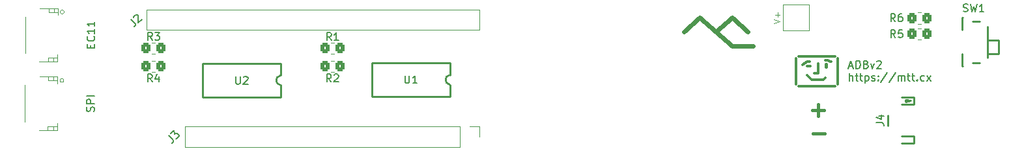
<source format=gto>
G04 #@! TF.GenerationSoftware,KiCad,Pcbnew,8.0.3*
G04 #@! TF.CreationDate,2024-08-28T21:52:25+01:00*
G04 #@! TF.ProjectId,Seeed,53656565-642e-46b6-9963-61645f706362,rev?*
G04 #@! TF.SameCoordinates,Original*
G04 #@! TF.FileFunction,Legend,Top*
G04 #@! TF.FilePolarity,Positive*
%FSLAX46Y46*%
G04 Gerber Fmt 4.6, Leading zero omitted, Abs format (unit mm)*
G04 Created by KiCad (PCBNEW 8.0.3) date 2024-08-28 21:52:25*
%MOMM*%
%LPD*%
G01*
G04 APERTURE LIST*
G04 Aperture macros list*
%AMRoundRect*
0 Rectangle with rounded corners*
0 $1 Rounding radius*
0 $2 $3 $4 $5 $6 $7 $8 $9 X,Y pos of 4 corners*
0 Add a 4 corners polygon primitive as box body*
4,1,4,$2,$3,$4,$5,$6,$7,$8,$9,$2,$3,0*
0 Add four circle primitives for the rounded corners*
1,1,$1+$1,$2,$3*
1,1,$1+$1,$4,$5*
1,1,$1+$1,$6,$7*
1,1,$1+$1,$8,$9*
0 Add four rect primitives between the rounded corners*
20,1,$1+$1,$2,$3,$4,$5,0*
20,1,$1+$1,$4,$5,$6,$7,0*
20,1,$1+$1,$6,$7,$8,$9,0*
20,1,$1+$1,$8,$9,$2,$3,0*%
G04 Aperture macros list end*
%ADD10C,0.300000*%
%ADD11C,0.400000*%
%ADD12C,0.600000*%
%ADD13C,0.200000*%
%ADD14C,0.150000*%
%ADD15C,0.100000*%
%ADD16C,0.120000*%
%ADD17C,0.250000*%
%ADD18O,1.700000X1.700000*%
%ADD19R,1.550000X0.600000*%
%ADD20R,1.800000X1.200000*%
%ADD21C,1.400000*%
%ADD22RoundRect,0.250000X0.350000X0.450000X-0.350000X0.450000X-0.350000X-0.450000X0.350000X-0.450000X0*%
%ADD23O,0.360000X2.020000*%
%ADD24C,0.900000*%
%ADD25R,1.500000X0.700000*%
%ADD26R,0.800000X1.000000*%
%ADD27R,2.500000X2.500000*%
%ADD28R,1.700000X1.700000*%
%ADD29RoundRect,0.250000X-0.350000X-0.450000X0.350000X-0.450000X0.350000X0.450000X-0.350000X0.450000X0*%
%ADD30O,1.800000X2.750000*%
%ADD31C,1.397000*%
G04 APERTURE END LIST*
D10*
X211950000Y-104450000D02*
X212120000Y-104450000D01*
X211690000Y-104300000D02*
X211950000Y-104450000D01*
X211390000Y-104300000D02*
X211690000Y-104300000D01*
X209020000Y-104440000D02*
X209320000Y-104440000D01*
X208430000Y-104880000D02*
X209020000Y-104440000D01*
X211150000Y-106850000D02*
X211399998Y-106579999D01*
X209550000Y-106850000D02*
X211150000Y-106850000D01*
X209550000Y-106850000D02*
X209010000Y-106290000D01*
D11*
X211480000Y-104806250D02*
X211480000Y-105113750D01*
D10*
X209025000Y-105030000D02*
X209430000Y-105030000D01*
X210420000Y-106040000D02*
X209950000Y-106040000D01*
X210420000Y-104730000D02*
X210420000Y-106040000D01*
X207590000Y-104030000D02*
X207590000Y-107430000D01*
X212950000Y-104030000D02*
X212950000Y-107430000D01*
X207875000Y-107710000D02*
X212665000Y-107710000D01*
X207875000Y-103760000D02*
X212665000Y-103760000D01*
D11*
X209739347Y-113912533D02*
X211263157Y-113912533D01*
X209689347Y-110852533D02*
X211213157Y-110852533D01*
X210451252Y-111614438D02*
X210451252Y-110090628D01*
D12*
X199212800Y-98728500D02*
X201295600Y-100582700D01*
X197130000Y-100570000D02*
X199212800Y-98728500D01*
X192989800Y-100582700D02*
X195047200Y-98728500D01*
X195047200Y-98728500D02*
X199212800Y-102411500D01*
X199212800Y-102411500D02*
X201981400Y-102411500D01*
D13*
X214442054Y-105081560D02*
X214918244Y-105081560D01*
X214346816Y-105367275D02*
X214680149Y-104367275D01*
X214680149Y-104367275D02*
X215013482Y-105367275D01*
X215346816Y-105367275D02*
X215346816Y-104367275D01*
X215346816Y-104367275D02*
X215584911Y-104367275D01*
X215584911Y-104367275D02*
X215727768Y-104414894D01*
X215727768Y-104414894D02*
X215823006Y-104510132D01*
X215823006Y-104510132D02*
X215870625Y-104605370D01*
X215870625Y-104605370D02*
X215918244Y-104795846D01*
X215918244Y-104795846D02*
X215918244Y-104938703D01*
X215918244Y-104938703D02*
X215870625Y-105129179D01*
X215870625Y-105129179D02*
X215823006Y-105224417D01*
X215823006Y-105224417D02*
X215727768Y-105319656D01*
X215727768Y-105319656D02*
X215584911Y-105367275D01*
X215584911Y-105367275D02*
X215346816Y-105367275D01*
X216680149Y-104843465D02*
X216823006Y-104891084D01*
X216823006Y-104891084D02*
X216870625Y-104938703D01*
X216870625Y-104938703D02*
X216918244Y-105033941D01*
X216918244Y-105033941D02*
X216918244Y-105176798D01*
X216918244Y-105176798D02*
X216870625Y-105272036D01*
X216870625Y-105272036D02*
X216823006Y-105319656D01*
X216823006Y-105319656D02*
X216727768Y-105367275D01*
X216727768Y-105367275D02*
X216346816Y-105367275D01*
X216346816Y-105367275D02*
X216346816Y-104367275D01*
X216346816Y-104367275D02*
X216680149Y-104367275D01*
X216680149Y-104367275D02*
X216775387Y-104414894D01*
X216775387Y-104414894D02*
X216823006Y-104462513D01*
X216823006Y-104462513D02*
X216870625Y-104557751D01*
X216870625Y-104557751D02*
X216870625Y-104652989D01*
X216870625Y-104652989D02*
X216823006Y-104748227D01*
X216823006Y-104748227D02*
X216775387Y-104795846D01*
X216775387Y-104795846D02*
X216680149Y-104843465D01*
X216680149Y-104843465D02*
X216346816Y-104843465D01*
X217251578Y-104700608D02*
X217489673Y-105367275D01*
X217489673Y-105367275D02*
X217727768Y-104700608D01*
X218061102Y-104462513D02*
X218108721Y-104414894D01*
X218108721Y-104414894D02*
X218203959Y-104367275D01*
X218203959Y-104367275D02*
X218442054Y-104367275D01*
X218442054Y-104367275D02*
X218537292Y-104414894D01*
X218537292Y-104414894D02*
X218584911Y-104462513D01*
X218584911Y-104462513D02*
X218632530Y-104557751D01*
X218632530Y-104557751D02*
X218632530Y-104652989D01*
X218632530Y-104652989D02*
X218584911Y-104795846D01*
X218584911Y-104795846D02*
X218013483Y-105367275D01*
X218013483Y-105367275D02*
X218632530Y-105367275D01*
X214489673Y-106977219D02*
X214489673Y-105977219D01*
X214918244Y-106977219D02*
X214918244Y-106453409D01*
X214918244Y-106453409D02*
X214870625Y-106358171D01*
X214870625Y-106358171D02*
X214775387Y-106310552D01*
X214775387Y-106310552D02*
X214632530Y-106310552D01*
X214632530Y-106310552D02*
X214537292Y-106358171D01*
X214537292Y-106358171D02*
X214489673Y-106405790D01*
X215251578Y-106310552D02*
X215632530Y-106310552D01*
X215394435Y-105977219D02*
X215394435Y-106834361D01*
X215394435Y-106834361D02*
X215442054Y-106929600D01*
X215442054Y-106929600D02*
X215537292Y-106977219D01*
X215537292Y-106977219D02*
X215632530Y-106977219D01*
X215823007Y-106310552D02*
X216203959Y-106310552D01*
X215965864Y-105977219D02*
X215965864Y-106834361D01*
X215965864Y-106834361D02*
X216013483Y-106929600D01*
X216013483Y-106929600D02*
X216108721Y-106977219D01*
X216108721Y-106977219D02*
X216203959Y-106977219D01*
X216537293Y-106310552D02*
X216537293Y-107310552D01*
X216537293Y-106358171D02*
X216632531Y-106310552D01*
X216632531Y-106310552D02*
X216823007Y-106310552D01*
X216823007Y-106310552D02*
X216918245Y-106358171D01*
X216918245Y-106358171D02*
X216965864Y-106405790D01*
X216965864Y-106405790D02*
X217013483Y-106501028D01*
X217013483Y-106501028D02*
X217013483Y-106786742D01*
X217013483Y-106786742D02*
X216965864Y-106881980D01*
X216965864Y-106881980D02*
X216918245Y-106929600D01*
X216918245Y-106929600D02*
X216823007Y-106977219D01*
X216823007Y-106977219D02*
X216632531Y-106977219D01*
X216632531Y-106977219D02*
X216537293Y-106929600D01*
X217394436Y-106929600D02*
X217489674Y-106977219D01*
X217489674Y-106977219D02*
X217680150Y-106977219D01*
X217680150Y-106977219D02*
X217775388Y-106929600D01*
X217775388Y-106929600D02*
X217823007Y-106834361D01*
X217823007Y-106834361D02*
X217823007Y-106786742D01*
X217823007Y-106786742D02*
X217775388Y-106691504D01*
X217775388Y-106691504D02*
X217680150Y-106643885D01*
X217680150Y-106643885D02*
X217537293Y-106643885D01*
X217537293Y-106643885D02*
X217442055Y-106596266D01*
X217442055Y-106596266D02*
X217394436Y-106501028D01*
X217394436Y-106501028D02*
X217394436Y-106453409D01*
X217394436Y-106453409D02*
X217442055Y-106358171D01*
X217442055Y-106358171D02*
X217537293Y-106310552D01*
X217537293Y-106310552D02*
X217680150Y-106310552D01*
X217680150Y-106310552D02*
X217775388Y-106358171D01*
X218251579Y-106881980D02*
X218299198Y-106929600D01*
X218299198Y-106929600D02*
X218251579Y-106977219D01*
X218251579Y-106977219D02*
X218203960Y-106929600D01*
X218203960Y-106929600D02*
X218251579Y-106881980D01*
X218251579Y-106881980D02*
X218251579Y-106977219D01*
X218251579Y-106358171D02*
X218299198Y-106405790D01*
X218299198Y-106405790D02*
X218251579Y-106453409D01*
X218251579Y-106453409D02*
X218203960Y-106405790D01*
X218203960Y-106405790D02*
X218251579Y-106358171D01*
X218251579Y-106358171D02*
X218251579Y-106453409D01*
X219442054Y-105929600D02*
X218584912Y-107215314D01*
X220489673Y-105929600D02*
X219632531Y-107215314D01*
X220823007Y-106977219D02*
X220823007Y-106310552D01*
X220823007Y-106405790D02*
X220870626Y-106358171D01*
X220870626Y-106358171D02*
X220965864Y-106310552D01*
X220965864Y-106310552D02*
X221108721Y-106310552D01*
X221108721Y-106310552D02*
X221203959Y-106358171D01*
X221203959Y-106358171D02*
X221251578Y-106453409D01*
X221251578Y-106453409D02*
X221251578Y-106977219D01*
X221251578Y-106453409D02*
X221299197Y-106358171D01*
X221299197Y-106358171D02*
X221394435Y-106310552D01*
X221394435Y-106310552D02*
X221537292Y-106310552D01*
X221537292Y-106310552D02*
X221632531Y-106358171D01*
X221632531Y-106358171D02*
X221680150Y-106453409D01*
X221680150Y-106453409D02*
X221680150Y-106977219D01*
X222013483Y-106310552D02*
X222394435Y-106310552D01*
X222156340Y-105977219D02*
X222156340Y-106834361D01*
X222156340Y-106834361D02*
X222203959Y-106929600D01*
X222203959Y-106929600D02*
X222299197Y-106977219D01*
X222299197Y-106977219D02*
X222394435Y-106977219D01*
X222584912Y-106310552D02*
X222965864Y-106310552D01*
X222727769Y-105977219D02*
X222727769Y-106834361D01*
X222727769Y-106834361D02*
X222775388Y-106929600D01*
X222775388Y-106929600D02*
X222870626Y-106977219D01*
X222870626Y-106977219D02*
X222965864Y-106977219D01*
X223299198Y-106881980D02*
X223346817Y-106929600D01*
X223346817Y-106929600D02*
X223299198Y-106977219D01*
X223299198Y-106977219D02*
X223251579Y-106929600D01*
X223251579Y-106929600D02*
X223299198Y-106881980D01*
X223299198Y-106881980D02*
X223299198Y-106977219D01*
X224203959Y-106929600D02*
X224108721Y-106977219D01*
X224108721Y-106977219D02*
X223918245Y-106977219D01*
X223918245Y-106977219D02*
X223823007Y-106929600D01*
X223823007Y-106929600D02*
X223775388Y-106881980D01*
X223775388Y-106881980D02*
X223727769Y-106786742D01*
X223727769Y-106786742D02*
X223727769Y-106501028D01*
X223727769Y-106501028D02*
X223775388Y-106405790D01*
X223775388Y-106405790D02*
X223823007Y-106358171D01*
X223823007Y-106358171D02*
X223918245Y-106310552D01*
X223918245Y-106310552D02*
X224108721Y-106310552D01*
X224108721Y-106310552D02*
X224203959Y-106358171D01*
X224537293Y-106977219D02*
X225061102Y-106310552D01*
X224537293Y-106310552D02*
X225061102Y-106977219D01*
D14*
X121098796Y-98950201D02*
X121603872Y-99455277D01*
X121603872Y-99455277D02*
X121671216Y-99589964D01*
X121671216Y-99589964D02*
X121671216Y-99724651D01*
X121671216Y-99724651D02*
X121603872Y-99859338D01*
X121603872Y-99859338D02*
X121536529Y-99926682D01*
X121469185Y-98714498D02*
X121469185Y-98647155D01*
X121469185Y-98647155D02*
X121502857Y-98546140D01*
X121502857Y-98546140D02*
X121671216Y-98377781D01*
X121671216Y-98377781D02*
X121772231Y-98344109D01*
X121772231Y-98344109D02*
X121839575Y-98344109D01*
X121839575Y-98344109D02*
X121940590Y-98377781D01*
X121940590Y-98377781D02*
X122007933Y-98445124D01*
X122007933Y-98445124D02*
X122075277Y-98579811D01*
X122075277Y-98579811D02*
X122075277Y-99387933D01*
X122075277Y-99387933D02*
X122513010Y-98950201D01*
X116297200Y-110973808D02*
X116344819Y-110830951D01*
X116344819Y-110830951D02*
X116344819Y-110592856D01*
X116344819Y-110592856D02*
X116297200Y-110497618D01*
X116297200Y-110497618D02*
X116249580Y-110449999D01*
X116249580Y-110449999D02*
X116154342Y-110402380D01*
X116154342Y-110402380D02*
X116059104Y-110402380D01*
X116059104Y-110402380D02*
X115963866Y-110449999D01*
X115963866Y-110449999D02*
X115916247Y-110497618D01*
X115916247Y-110497618D02*
X115868628Y-110592856D01*
X115868628Y-110592856D02*
X115821009Y-110783332D01*
X115821009Y-110783332D02*
X115773390Y-110878570D01*
X115773390Y-110878570D02*
X115725771Y-110926189D01*
X115725771Y-110926189D02*
X115630533Y-110973808D01*
X115630533Y-110973808D02*
X115535295Y-110973808D01*
X115535295Y-110973808D02*
X115440057Y-110926189D01*
X115440057Y-110926189D02*
X115392438Y-110878570D01*
X115392438Y-110878570D02*
X115344819Y-110783332D01*
X115344819Y-110783332D02*
X115344819Y-110545237D01*
X115344819Y-110545237D02*
X115392438Y-110402380D01*
X116344819Y-109973808D02*
X115344819Y-109973808D01*
X115344819Y-109973808D02*
X115344819Y-109592856D01*
X115344819Y-109592856D02*
X115392438Y-109497618D01*
X115392438Y-109497618D02*
X115440057Y-109449999D01*
X115440057Y-109449999D02*
X115535295Y-109402380D01*
X115535295Y-109402380D02*
X115678152Y-109402380D01*
X115678152Y-109402380D02*
X115773390Y-109449999D01*
X115773390Y-109449999D02*
X115821009Y-109497618D01*
X115821009Y-109497618D02*
X115868628Y-109592856D01*
X115868628Y-109592856D02*
X115868628Y-109973808D01*
X116344819Y-108973808D02*
X115344819Y-108973808D01*
X115871009Y-102666666D02*
X115871009Y-102333333D01*
X116394819Y-102190476D02*
X116394819Y-102666666D01*
X116394819Y-102666666D02*
X115394819Y-102666666D01*
X115394819Y-102666666D02*
X115394819Y-102190476D01*
X116299580Y-101190476D02*
X116347200Y-101238095D01*
X116347200Y-101238095D02*
X116394819Y-101380952D01*
X116394819Y-101380952D02*
X116394819Y-101476190D01*
X116394819Y-101476190D02*
X116347200Y-101619047D01*
X116347200Y-101619047D02*
X116251961Y-101714285D01*
X116251961Y-101714285D02*
X116156723Y-101761904D01*
X116156723Y-101761904D02*
X115966247Y-101809523D01*
X115966247Y-101809523D02*
X115823390Y-101809523D01*
X115823390Y-101809523D02*
X115632914Y-101761904D01*
X115632914Y-101761904D02*
X115537676Y-101714285D01*
X115537676Y-101714285D02*
X115442438Y-101619047D01*
X115442438Y-101619047D02*
X115394819Y-101476190D01*
X115394819Y-101476190D02*
X115394819Y-101380952D01*
X115394819Y-101380952D02*
X115442438Y-101238095D01*
X115442438Y-101238095D02*
X115490057Y-101190476D01*
X116394819Y-100238095D02*
X116394819Y-100809523D01*
X116394819Y-100523809D02*
X115394819Y-100523809D01*
X115394819Y-100523809D02*
X115537676Y-100619047D01*
X115537676Y-100619047D02*
X115632914Y-100714285D01*
X115632914Y-100714285D02*
X115680533Y-100809523D01*
X116394819Y-99285714D02*
X116394819Y-99857142D01*
X116394819Y-99571428D02*
X115394819Y-99571428D01*
X115394819Y-99571428D02*
X115537676Y-99666666D01*
X115537676Y-99666666D02*
X115632914Y-99761904D01*
X115632914Y-99761904D02*
X115680533Y-99857142D01*
X217974819Y-112463333D02*
X218689104Y-112463333D01*
X218689104Y-112463333D02*
X218831961Y-112510952D01*
X218831961Y-112510952D02*
X218927200Y-112606190D01*
X218927200Y-112606190D02*
X218974819Y-112749047D01*
X218974819Y-112749047D02*
X218974819Y-112844285D01*
X218308152Y-111558571D02*
X218974819Y-111558571D01*
X217927200Y-111796666D02*
X218641485Y-112034761D01*
X218641485Y-112034761D02*
X218641485Y-111415714D01*
X147133333Y-107124819D02*
X146800000Y-106648628D01*
X146561905Y-107124819D02*
X146561905Y-106124819D01*
X146561905Y-106124819D02*
X146942857Y-106124819D01*
X146942857Y-106124819D02*
X147038095Y-106172438D01*
X147038095Y-106172438D02*
X147085714Y-106220057D01*
X147085714Y-106220057D02*
X147133333Y-106315295D01*
X147133333Y-106315295D02*
X147133333Y-106458152D01*
X147133333Y-106458152D02*
X147085714Y-106553390D01*
X147085714Y-106553390D02*
X147038095Y-106601009D01*
X147038095Y-106601009D02*
X146942857Y-106648628D01*
X146942857Y-106648628D02*
X146561905Y-106648628D01*
X147514286Y-106220057D02*
X147561905Y-106172438D01*
X147561905Y-106172438D02*
X147657143Y-106124819D01*
X147657143Y-106124819D02*
X147895238Y-106124819D01*
X147895238Y-106124819D02*
X147990476Y-106172438D01*
X147990476Y-106172438D02*
X148038095Y-106220057D01*
X148038095Y-106220057D02*
X148085714Y-106315295D01*
X148085714Y-106315295D02*
X148085714Y-106410533D01*
X148085714Y-106410533D02*
X148038095Y-106553390D01*
X148038095Y-106553390D02*
X147466667Y-107124819D01*
X147466667Y-107124819D02*
X148085714Y-107124819D01*
X220463333Y-101334819D02*
X220130000Y-100858628D01*
X219891905Y-101334819D02*
X219891905Y-100334819D01*
X219891905Y-100334819D02*
X220272857Y-100334819D01*
X220272857Y-100334819D02*
X220368095Y-100382438D01*
X220368095Y-100382438D02*
X220415714Y-100430057D01*
X220415714Y-100430057D02*
X220463333Y-100525295D01*
X220463333Y-100525295D02*
X220463333Y-100668152D01*
X220463333Y-100668152D02*
X220415714Y-100763390D01*
X220415714Y-100763390D02*
X220368095Y-100811009D01*
X220368095Y-100811009D02*
X220272857Y-100858628D01*
X220272857Y-100858628D02*
X219891905Y-100858628D01*
X221368095Y-100334819D02*
X220891905Y-100334819D01*
X220891905Y-100334819D02*
X220844286Y-100811009D01*
X220844286Y-100811009D02*
X220891905Y-100763390D01*
X220891905Y-100763390D02*
X220987143Y-100715771D01*
X220987143Y-100715771D02*
X221225238Y-100715771D01*
X221225238Y-100715771D02*
X221320476Y-100763390D01*
X221320476Y-100763390D02*
X221368095Y-100811009D01*
X221368095Y-100811009D02*
X221415714Y-100906247D01*
X221415714Y-100906247D02*
X221415714Y-101144342D01*
X221415714Y-101144342D02*
X221368095Y-101239580D01*
X221368095Y-101239580D02*
X221320476Y-101287200D01*
X221320476Y-101287200D02*
X221225238Y-101334819D01*
X221225238Y-101334819D02*
X220987143Y-101334819D01*
X220987143Y-101334819D02*
X220891905Y-101287200D01*
X220891905Y-101287200D02*
X220844286Y-101239580D01*
X123863333Y-107124819D02*
X123530000Y-106648628D01*
X123291905Y-107124819D02*
X123291905Y-106124819D01*
X123291905Y-106124819D02*
X123672857Y-106124819D01*
X123672857Y-106124819D02*
X123768095Y-106172438D01*
X123768095Y-106172438D02*
X123815714Y-106220057D01*
X123815714Y-106220057D02*
X123863333Y-106315295D01*
X123863333Y-106315295D02*
X123863333Y-106458152D01*
X123863333Y-106458152D02*
X123815714Y-106553390D01*
X123815714Y-106553390D02*
X123768095Y-106601009D01*
X123768095Y-106601009D02*
X123672857Y-106648628D01*
X123672857Y-106648628D02*
X123291905Y-106648628D01*
X124720476Y-106458152D02*
X124720476Y-107124819D01*
X124482381Y-106077200D02*
X124244286Y-106791485D01*
X124244286Y-106791485D02*
X124863333Y-106791485D01*
X156728095Y-106304819D02*
X156728095Y-107114342D01*
X156728095Y-107114342D02*
X156775714Y-107209580D01*
X156775714Y-107209580D02*
X156823333Y-107257200D01*
X156823333Y-107257200D02*
X156918571Y-107304819D01*
X156918571Y-107304819D02*
X157109047Y-107304819D01*
X157109047Y-107304819D02*
X157204285Y-107257200D01*
X157204285Y-107257200D02*
X157251904Y-107209580D01*
X157251904Y-107209580D02*
X157299523Y-107114342D01*
X157299523Y-107114342D02*
X157299523Y-106304819D01*
X158299523Y-107304819D02*
X157728095Y-107304819D01*
X158013809Y-107304819D02*
X158013809Y-106304819D01*
X158013809Y-106304819D02*
X157918571Y-106447676D01*
X157918571Y-106447676D02*
X157823333Y-106542914D01*
X157823333Y-106542914D02*
X157728095Y-106590533D01*
X147153333Y-101694819D02*
X146820000Y-101218628D01*
X146581905Y-101694819D02*
X146581905Y-100694819D01*
X146581905Y-100694819D02*
X146962857Y-100694819D01*
X146962857Y-100694819D02*
X147058095Y-100742438D01*
X147058095Y-100742438D02*
X147105714Y-100790057D01*
X147105714Y-100790057D02*
X147153333Y-100885295D01*
X147153333Y-100885295D02*
X147153333Y-101028152D01*
X147153333Y-101028152D02*
X147105714Y-101123390D01*
X147105714Y-101123390D02*
X147058095Y-101171009D01*
X147058095Y-101171009D02*
X146962857Y-101218628D01*
X146962857Y-101218628D02*
X146581905Y-101218628D01*
X148105714Y-101694819D02*
X147534286Y-101694819D01*
X147820000Y-101694819D02*
X147820000Y-100694819D01*
X147820000Y-100694819D02*
X147724762Y-100837676D01*
X147724762Y-100837676D02*
X147629524Y-100932914D01*
X147629524Y-100932914D02*
X147534286Y-100980533D01*
X123883333Y-101674819D02*
X123550000Y-101198628D01*
X123311905Y-101674819D02*
X123311905Y-100674819D01*
X123311905Y-100674819D02*
X123692857Y-100674819D01*
X123692857Y-100674819D02*
X123788095Y-100722438D01*
X123788095Y-100722438D02*
X123835714Y-100770057D01*
X123835714Y-100770057D02*
X123883333Y-100865295D01*
X123883333Y-100865295D02*
X123883333Y-101008152D01*
X123883333Y-101008152D02*
X123835714Y-101103390D01*
X123835714Y-101103390D02*
X123788095Y-101151009D01*
X123788095Y-101151009D02*
X123692857Y-101198628D01*
X123692857Y-101198628D02*
X123311905Y-101198628D01*
X124216667Y-100674819D02*
X124835714Y-100674819D01*
X124835714Y-100674819D02*
X124502381Y-101055771D01*
X124502381Y-101055771D02*
X124645238Y-101055771D01*
X124645238Y-101055771D02*
X124740476Y-101103390D01*
X124740476Y-101103390D02*
X124788095Y-101151009D01*
X124788095Y-101151009D02*
X124835714Y-101246247D01*
X124835714Y-101246247D02*
X124835714Y-101484342D01*
X124835714Y-101484342D02*
X124788095Y-101579580D01*
X124788095Y-101579580D02*
X124740476Y-101627200D01*
X124740476Y-101627200D02*
X124645238Y-101674819D01*
X124645238Y-101674819D02*
X124359524Y-101674819D01*
X124359524Y-101674819D02*
X124264286Y-101627200D01*
X124264286Y-101627200D02*
X124216667Y-101579580D01*
X229296667Y-97907200D02*
X229439524Y-97954819D01*
X229439524Y-97954819D02*
X229677619Y-97954819D01*
X229677619Y-97954819D02*
X229772857Y-97907200D01*
X229772857Y-97907200D02*
X229820476Y-97859580D01*
X229820476Y-97859580D02*
X229868095Y-97764342D01*
X229868095Y-97764342D02*
X229868095Y-97669104D01*
X229868095Y-97669104D02*
X229820476Y-97573866D01*
X229820476Y-97573866D02*
X229772857Y-97526247D01*
X229772857Y-97526247D02*
X229677619Y-97478628D01*
X229677619Y-97478628D02*
X229487143Y-97431009D01*
X229487143Y-97431009D02*
X229391905Y-97383390D01*
X229391905Y-97383390D02*
X229344286Y-97335771D01*
X229344286Y-97335771D02*
X229296667Y-97240533D01*
X229296667Y-97240533D02*
X229296667Y-97145295D01*
X229296667Y-97145295D02*
X229344286Y-97050057D01*
X229344286Y-97050057D02*
X229391905Y-97002438D01*
X229391905Y-97002438D02*
X229487143Y-96954819D01*
X229487143Y-96954819D02*
X229725238Y-96954819D01*
X229725238Y-96954819D02*
X229868095Y-97002438D01*
X230201429Y-96954819D02*
X230439524Y-97954819D01*
X230439524Y-97954819D02*
X230630000Y-97240533D01*
X230630000Y-97240533D02*
X230820476Y-97954819D01*
X230820476Y-97954819D02*
X231058572Y-96954819D01*
X231963333Y-97954819D02*
X231391905Y-97954819D01*
X231677619Y-97954819D02*
X231677619Y-96954819D01*
X231677619Y-96954819D02*
X231582381Y-97097676D01*
X231582381Y-97097676D02*
X231487143Y-97192914D01*
X231487143Y-97192914D02*
X231391905Y-97240533D01*
D15*
X204644895Y-99471904D02*
X205444895Y-99205237D01*
X205444895Y-99205237D02*
X204644895Y-98938571D01*
X205140133Y-98671904D02*
X205140133Y-98062381D01*
X205444895Y-98367142D02*
X204835371Y-98367142D01*
D14*
X126028796Y-114170201D02*
X126533872Y-114675277D01*
X126533872Y-114675277D02*
X126601216Y-114809964D01*
X126601216Y-114809964D02*
X126601216Y-114944651D01*
X126601216Y-114944651D02*
X126533872Y-115079338D01*
X126533872Y-115079338D02*
X126466529Y-115146682D01*
X126298170Y-113900827D02*
X126735903Y-113463094D01*
X126735903Y-113463094D02*
X126769575Y-113968170D01*
X126769575Y-113968170D02*
X126870590Y-113867155D01*
X126870590Y-113867155D02*
X126971605Y-113833483D01*
X126971605Y-113833483D02*
X127038949Y-113833483D01*
X127038949Y-113833483D02*
X127139964Y-113867155D01*
X127139964Y-113867155D02*
X127308323Y-114035514D01*
X127308323Y-114035514D02*
X127341994Y-114136529D01*
X127341994Y-114136529D02*
X127341994Y-114203872D01*
X127341994Y-114203872D02*
X127308323Y-114304888D01*
X127308323Y-114304888D02*
X127106292Y-114506918D01*
X127106292Y-114506918D02*
X127005277Y-114540590D01*
X127005277Y-114540590D02*
X126937933Y-114540590D01*
X220443333Y-99244819D02*
X220110000Y-98768628D01*
X219871905Y-99244819D02*
X219871905Y-98244819D01*
X219871905Y-98244819D02*
X220252857Y-98244819D01*
X220252857Y-98244819D02*
X220348095Y-98292438D01*
X220348095Y-98292438D02*
X220395714Y-98340057D01*
X220395714Y-98340057D02*
X220443333Y-98435295D01*
X220443333Y-98435295D02*
X220443333Y-98578152D01*
X220443333Y-98578152D02*
X220395714Y-98673390D01*
X220395714Y-98673390D02*
X220348095Y-98721009D01*
X220348095Y-98721009D02*
X220252857Y-98768628D01*
X220252857Y-98768628D02*
X219871905Y-98768628D01*
X221300476Y-98244819D02*
X221110000Y-98244819D01*
X221110000Y-98244819D02*
X221014762Y-98292438D01*
X221014762Y-98292438D02*
X220967143Y-98340057D01*
X220967143Y-98340057D02*
X220871905Y-98482914D01*
X220871905Y-98482914D02*
X220824286Y-98673390D01*
X220824286Y-98673390D02*
X220824286Y-99054342D01*
X220824286Y-99054342D02*
X220871905Y-99149580D01*
X220871905Y-99149580D02*
X220919524Y-99197200D01*
X220919524Y-99197200D02*
X221014762Y-99244819D01*
X221014762Y-99244819D02*
X221205238Y-99244819D01*
X221205238Y-99244819D02*
X221300476Y-99197200D01*
X221300476Y-99197200D02*
X221348095Y-99149580D01*
X221348095Y-99149580D02*
X221395714Y-99054342D01*
X221395714Y-99054342D02*
X221395714Y-98816247D01*
X221395714Y-98816247D02*
X221348095Y-98721009D01*
X221348095Y-98721009D02*
X221300476Y-98673390D01*
X221300476Y-98673390D02*
X221205238Y-98625771D01*
X221205238Y-98625771D02*
X221014762Y-98625771D01*
X221014762Y-98625771D02*
X220919524Y-98673390D01*
X220919524Y-98673390D02*
X220871905Y-98721009D01*
X220871905Y-98721009D02*
X220824286Y-98816247D01*
X134738095Y-106424819D02*
X134738095Y-107234342D01*
X134738095Y-107234342D02*
X134785714Y-107329580D01*
X134785714Y-107329580D02*
X134833333Y-107377200D01*
X134833333Y-107377200D02*
X134928571Y-107424819D01*
X134928571Y-107424819D02*
X135119047Y-107424819D01*
X135119047Y-107424819D02*
X135214285Y-107377200D01*
X135214285Y-107377200D02*
X135261904Y-107329580D01*
X135261904Y-107329580D02*
X135309523Y-107234342D01*
X135309523Y-107234342D02*
X135309523Y-106424819D01*
X135738095Y-106520057D02*
X135785714Y-106472438D01*
X135785714Y-106472438D02*
X135880952Y-106424819D01*
X135880952Y-106424819D02*
X136119047Y-106424819D01*
X136119047Y-106424819D02*
X136214285Y-106472438D01*
X136214285Y-106472438D02*
X136261904Y-106520057D01*
X136261904Y-106520057D02*
X136309523Y-106615295D01*
X136309523Y-106615295D02*
X136309523Y-106710533D01*
X136309523Y-106710533D02*
X136261904Y-106853390D01*
X136261904Y-106853390D02*
X135690476Y-107424819D01*
X135690476Y-107424819D02*
X136309523Y-107424819D01*
D16*
G04 #@! TO.C,J2*
X123100000Y-97670000D02*
X123100000Y-100330000D01*
X166370000Y-97670000D02*
X123100000Y-97670000D01*
X166370000Y-97670000D02*
X166370000Y-100330000D01*
X166370000Y-100330000D02*
X123100000Y-100330000D01*
G04 #@! TO.C,SPI*
X110300000Y-112910000D02*
X110300000Y-113410000D01*
X110300000Y-113410000D02*
X110300000Y-112910000D01*
X111000000Y-112910000D02*
X111000000Y-113410000D01*
X111000000Y-113410000D02*
X111000000Y-112910000D01*
X111500000Y-112910000D02*
X110300000Y-112910000D01*
X110300000Y-112910000D02*
X111500000Y-112910000D01*
X109150000Y-113410000D02*
X111500000Y-113410000D01*
X111500000Y-113410000D02*
X111500000Y-112510000D01*
X107320000Y-107550000D02*
X107320000Y-112350000D01*
X109220000Y-106450000D02*
X111560000Y-106450000D01*
X111560000Y-106450000D02*
X111560000Y-107350000D01*
X111560000Y-106950000D02*
X110370000Y-106950000D01*
X110370000Y-106950000D02*
X111560000Y-106950000D01*
X111060000Y-106950000D02*
X111060000Y-106450000D01*
X111060000Y-106450000D02*
X111060000Y-106950000D01*
X110370000Y-106950000D02*
X110370000Y-106450000D01*
X110370000Y-106450000D02*
X110370000Y-106950000D01*
X112130000Y-107200000D02*
G75*
G02*
X112139989Y-107199800I0J250000D01*
G01*
G04 #@! TO.C,EC11*
X110350000Y-103960000D02*
X110350000Y-104460000D01*
X110350000Y-104460000D02*
X110350000Y-103960000D01*
X111050000Y-103960000D02*
X111050000Y-104460000D01*
X111050000Y-104460000D02*
X111050000Y-103960000D01*
X111550000Y-103960000D02*
X110350000Y-103960000D01*
X110350000Y-103960000D02*
X111550000Y-103960000D01*
X109200000Y-104460000D02*
X111550000Y-104460000D01*
X111550000Y-104460000D02*
X111550000Y-103560000D01*
X107370000Y-98600000D02*
X107370000Y-103400000D01*
X109270000Y-97500000D02*
X111610000Y-97500000D01*
X111610000Y-97500000D02*
X111610000Y-98400000D01*
X111610000Y-98000000D02*
X110420000Y-98000000D01*
X110420000Y-98000000D02*
X111610000Y-98000000D01*
X111110000Y-98000000D02*
X111110000Y-97500000D01*
X111110000Y-97500000D02*
X111110000Y-98000000D01*
X110420000Y-98000000D02*
X110420000Y-97500000D01*
X110420000Y-97500000D02*
X110420000Y-98000000D01*
X112180000Y-98250000D02*
G75*
G02*
X112189989Y-98249800I0J250000D01*
G01*
D17*
G04 #@! TO.C,J4*
X221270000Y-109130000D02*
X222870000Y-109130000D01*
X222870000Y-109130000D02*
X222870000Y-110030000D01*
X222870000Y-110030000D02*
X221270000Y-110030000D01*
X219520000Y-112830000D02*
X219520000Y-111480000D01*
X221770000Y-109730000D02*
X221770000Y-109430000D01*
X221770000Y-109430000D02*
X222470000Y-109580000D01*
X222470000Y-109580000D02*
X221770000Y-109730000D01*
X221270000Y-115130000D02*
X222870000Y-115130000D01*
X222870000Y-115130000D02*
X222870000Y-114230000D01*
X222870000Y-114230000D02*
X221270000Y-114230000D01*
D16*
G04 #@! TO.C,R2*
X147547064Y-104370200D02*
X147092936Y-104370200D01*
X147547064Y-105840200D02*
X147092936Y-105840200D01*
G04 #@! TO.C,R5*
X223817064Y-100135000D02*
X223362936Y-100135000D01*
X223817064Y-101605000D02*
X223362936Y-101605000D01*
G04 #@! TO.C,R4*
X124254664Y-104370200D02*
X123800536Y-104370200D01*
X124254664Y-105840200D02*
X123800536Y-105840200D01*
D17*
G04 #@! TO.C,U1*
X152400000Y-109059999D02*
X152400000Y-104700000D01*
X162560000Y-104660001D02*
X152400000Y-104660001D01*
X162560000Y-106220000D02*
X162560000Y-104660001D01*
X162560000Y-107490000D02*
X162560000Y-109059999D01*
X162560000Y-109059999D02*
X152400000Y-109059999D01*
X162560000Y-107490000D02*
G75*
G02*
X162561582Y-106229801I80000J630000D01*
G01*
D16*
G04 #@! TO.C,R1*
X147547064Y-101982600D02*
X147092936Y-101982600D01*
X147547064Y-103452600D02*
X147092936Y-103452600D01*
G04 #@! TO.C,R3*
X124254664Y-101982600D02*
X123800536Y-101982600D01*
X124254664Y-103452600D02*
X123800536Y-103452600D01*
D17*
G04 #@! TO.C,SW1*
X229140000Y-98750000D02*
X229190000Y-98750000D01*
X229140000Y-100340000D02*
X229140000Y-98750000D01*
X229140000Y-103500000D02*
X229140000Y-105090000D01*
X229140000Y-105090000D02*
X229190000Y-105090000D01*
X230460000Y-104640000D02*
X231400000Y-104640000D01*
X230470000Y-99220000D02*
X231410000Y-99220000D01*
X232420000Y-101670000D02*
X232420000Y-99900000D01*
X232420000Y-101670000D02*
X232420000Y-103560001D01*
X232420000Y-101670000D02*
X233920000Y-101670000D01*
X232420000Y-103560001D02*
X232420000Y-103940000D01*
X233920000Y-101670000D02*
X233920000Y-103420000D01*
X233920000Y-103420000D02*
X232470000Y-103420000D01*
D16*
G04 #@! TO.C,V+*
X205860000Y-97010000D02*
X209260000Y-97010000D01*
X205860000Y-100410000D02*
X205860000Y-97010000D01*
X209260000Y-97010000D02*
X209260000Y-100410000D01*
X209260000Y-100410000D02*
X205860000Y-100410000D01*
G04 #@! TO.C,J3*
X128100000Y-112970000D02*
X128100000Y-115630000D01*
X163829999Y-112970000D02*
X128100000Y-112970000D01*
X163829999Y-112970000D02*
X163829999Y-115630000D01*
X163829999Y-115630000D02*
X128100000Y-115630000D01*
X165100000Y-112970000D02*
X166430000Y-112970000D01*
X166430000Y-112970000D02*
X166430000Y-114300000D01*
G04 #@! TO.C,R6*
X223362936Y-98055000D02*
X223817064Y-98055000D01*
X223362936Y-99525000D02*
X223817064Y-99525000D01*
D17*
G04 #@! TO.C,U2*
X130390000Y-109119999D02*
X130390000Y-104760000D01*
X140550000Y-104720001D02*
X130390000Y-104720001D01*
X140550000Y-106280000D02*
X140550000Y-104720001D01*
X140550000Y-107550000D02*
X140550000Y-109119999D01*
X140550000Y-109119999D02*
X130390000Y-109119999D01*
X140550000Y-107550000D02*
G75*
G02*
X140551582Y-106289801I80000J630000D01*
G01*
G04 #@! TD*
%LPC*%
D18*
G04 #@! TO.C,J2*
X165100000Y-99000000D03*
X162560000Y-99000000D03*
X160020001Y-99000000D03*
X157480000Y-99000000D03*
X149860000Y-99000000D03*
X147319999Y-99000000D03*
X144780000Y-99000000D03*
X142240000Y-99000000D03*
X139700000Y-99000000D03*
X137160001Y-99000000D03*
X134620000Y-99000000D03*
X132080000Y-99000000D03*
X129540000Y-99000000D03*
X127000001Y-99000000D03*
X124459999Y-99000000D03*
G04 #@! TD*
D19*
G04 #@! TO.C,SPI*
X111890000Y-107950000D03*
X111890000Y-108950000D03*
X111890000Y-109950000D03*
X111890000Y-110950000D03*
X111890000Y-111950000D03*
D20*
X108010000Y-106650000D03*
X108010000Y-113250000D03*
G04 #@! TD*
D19*
G04 #@! TO.C,EC11*
X111940000Y-99000000D03*
X111940000Y-100000000D03*
X111940000Y-101000000D03*
X111940000Y-102000000D03*
X111940000Y-103000000D03*
D20*
X108060000Y-97700000D03*
X108060000Y-104300000D03*
G04 #@! TD*
D21*
G04 #@! TO.C,J4*
X221520000Y-111130000D03*
X221520000Y-113130000D03*
G04 #@! TD*
D22*
G04 #@! TO.C,R2*
X148320000Y-105105200D03*
X146320000Y-105105200D03*
G04 #@! TD*
G04 #@! TO.C,R5*
X224590000Y-100870000D03*
X222590000Y-100870000D03*
G04 #@! TD*
G04 #@! TO.C,R4*
X125027600Y-105105200D03*
X123027600Y-105105200D03*
G04 #@! TD*
D23*
G04 #@! TO.C,U1*
X161710000Y-103400000D03*
X161060000Y-103400000D03*
X160409999Y-103400000D03*
X159760000Y-103400000D03*
X159110001Y-103400000D03*
X158460000Y-103400000D03*
X157800000Y-103400000D03*
X157150000Y-103400000D03*
X156500000Y-103400000D03*
X155849999Y-103400000D03*
X155200000Y-103400000D03*
X154550001Y-103400000D03*
X153900000Y-103400000D03*
X153250000Y-103400000D03*
X153250000Y-110320000D03*
X153900000Y-110320000D03*
X154550001Y-110320000D03*
X155200000Y-110320000D03*
X155849999Y-110320000D03*
X156500000Y-110320000D03*
X157150000Y-110320000D03*
X157800000Y-110320000D03*
X158460000Y-110320000D03*
X159110001Y-110320000D03*
X159760000Y-110320000D03*
X160409999Y-110320000D03*
X161060000Y-110320000D03*
X161710000Y-110320000D03*
G04 #@! TD*
D22*
G04 #@! TO.C,R1*
X148320000Y-102717600D03*
X146320000Y-102717600D03*
G04 #@! TD*
G04 #@! TO.C,R3*
X125027600Y-102717600D03*
X123027600Y-102717600D03*
G04 #@! TD*
D24*
G04 #@! TO.C,SW1*
X230920000Y-103420000D03*
X230920000Y-100420000D03*
D25*
X229120000Y-102920000D03*
X229120000Y-101920000D03*
X229120000Y-100920000D03*
D26*
X229820000Y-104670000D03*
X232020000Y-104670000D03*
X229820000Y-99170000D03*
X232020000Y-99170000D03*
G04 #@! TD*
D27*
G04 #@! TO.C,V+*
X207560000Y-98710000D03*
G04 #@! TD*
D28*
G04 #@! TO.C,J3*
X165100000Y-114300000D03*
D18*
X162560000Y-114300000D03*
X160020001Y-114300000D03*
X157480000Y-114300000D03*
X154940000Y-114300000D03*
X152400000Y-114300000D03*
X149860000Y-114300000D03*
X147319999Y-114300000D03*
X144780000Y-114300000D03*
X129540000Y-114300000D03*
G04 #@! TD*
D29*
G04 #@! TO.C,R6*
X222590000Y-98790000D03*
X224590000Y-98790000D03*
G04 #@! TD*
D23*
G04 #@! TO.C,U2*
X139700000Y-103460000D03*
X139050000Y-103460000D03*
X138399999Y-103460000D03*
X137750000Y-103460000D03*
X137100001Y-103460000D03*
X136450000Y-103460000D03*
X135790000Y-103460000D03*
X135140000Y-103460000D03*
X134490000Y-103460000D03*
X133839999Y-103460000D03*
X133190000Y-103460000D03*
X132540001Y-103460000D03*
X131890000Y-103460000D03*
X131240000Y-103460000D03*
X131240000Y-110380000D03*
X131890000Y-110380000D03*
X132540001Y-110380000D03*
X133190000Y-110380000D03*
X133839999Y-110380000D03*
X134490000Y-110380000D03*
X135140000Y-110380000D03*
X135790000Y-110380000D03*
X136450000Y-110380000D03*
X137100001Y-110380000D03*
X137750000Y-110380000D03*
X138399999Y-110380000D03*
X139050000Y-110380000D03*
X139700000Y-110380000D03*
G04 #@! TD*
D30*
G04 #@! TO.C,XIAO1*
X185191400Y-98630040D03*
X182651400Y-98630040D03*
X180111400Y-98630040D03*
X177571400Y-98630040D03*
X175031400Y-98630040D03*
X172491400Y-98630040D03*
X169951400Y-98630040D03*
X169951400Y-114819960D03*
X172491400Y-114819960D03*
X175031400Y-114819960D03*
X177571400Y-114819960D03*
X180111400Y-114819960D03*
X182651400Y-114819960D03*
X185191400Y-114819960D03*
D31*
X186143400Y-105455000D03*
X186143400Y-107995000D03*
X183603400Y-105454999D03*
X183603400Y-107995001D03*
X177888400Y-102280000D03*
X179793400Y-102280000D03*
X168363400Y-110535000D03*
X168363400Y-112440000D03*
G04 #@! TD*
%LPD*%
M02*

</source>
